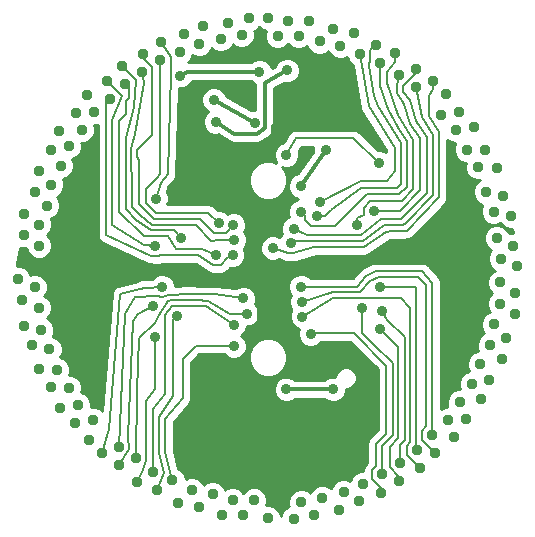
<source format=gbl>
G04 (created by PCBNEW-RS274X (2012-apr-16-27)-stable) date Wed 19 Feb 2014 01:24:25 PM EST*
G01*
G70*
G90*
%MOIN*%
G04 Gerber Fmt 3.4, Leading zero omitted, Abs format*
%FSLAX34Y34*%
G04 APERTURE LIST*
%ADD10C,0.006000*%
%ADD11C,0.037000*%
%ADD12C,0.035000*%
%ADD13C,0.008000*%
%ADD14C,0.011800*%
%ADD15C,0.010000*%
G04 APERTURE END LIST*
G54D10*
G54D11*
X33386Y-45059D03*
X39350Y-47677D03*
X33346Y-33583D03*
X32952Y-34172D03*
X33558Y-34151D03*
X33164Y-34740D03*
X37835Y-47579D03*
X38544Y-47579D03*
X38189Y-47087D03*
X38898Y-47087D03*
X37520Y-46890D03*
X36825Y-46751D03*
X37076Y-47303D03*
X36381Y-47164D03*
X36181Y-46417D03*
X35526Y-46146D03*
X35666Y-46736D03*
X35011Y-46465D03*
X34980Y-45689D03*
X34391Y-45295D03*
X34412Y-45901D03*
X33823Y-45507D03*
X32441Y-44016D03*
X32942Y-44517D03*
X33039Y-43918D03*
X33541Y-44420D03*
X31732Y-42717D03*
X32125Y-43307D03*
X32338Y-42739D03*
X32731Y-43328D03*
X31220Y-41260D03*
X31491Y-41915D03*
X31810Y-41399D03*
X32081Y-42054D03*
X31043Y-39724D03*
X31181Y-40419D03*
X31594Y-39976D03*
X31732Y-40671D03*
X31240Y-37539D03*
X31240Y-38248D03*
X31732Y-37893D03*
X31732Y-38602D03*
X31732Y-36122D03*
X31593Y-36817D03*
X32145Y-36566D03*
X32006Y-37261D03*
X32402Y-34764D03*
X32131Y-35419D03*
X32721Y-35279D03*
X32450Y-35934D03*
X34094Y-33701D03*
X34595Y-33200D03*
X33996Y-33103D03*
X34498Y-32601D03*
X35177Y-32815D03*
X35767Y-32422D03*
X35199Y-32209D03*
X35788Y-31816D03*
X36417Y-32146D03*
X37072Y-31875D03*
X36556Y-31556D03*
X37211Y-31285D03*
X38740Y-31024D03*
X38045Y-31162D03*
X38488Y-31575D03*
X37793Y-31713D03*
X41083Y-31791D03*
X41778Y-31930D03*
X41527Y-31378D03*
X42222Y-31517D03*
X40217Y-47697D03*
X40912Y-47559D03*
X40469Y-47146D03*
X41164Y-47008D03*
X42539Y-46535D03*
X41884Y-46806D03*
X42400Y-47125D03*
X41745Y-47396D03*
X43760Y-45827D03*
X43170Y-46220D03*
X43738Y-46433D03*
X43149Y-46826D03*
X44843Y-44902D03*
X44342Y-45403D03*
X44941Y-45500D03*
X44439Y-46002D03*
X45571Y-44980D03*
X45965Y-44391D03*
X45359Y-44412D03*
X45753Y-43823D03*
X46476Y-43720D03*
X46747Y-43065D03*
X46157Y-43205D03*
X46428Y-42550D03*
X47165Y-42362D03*
X47304Y-41667D03*
X46752Y-41918D03*
X46891Y-41223D03*
X47598Y-40886D03*
X47598Y-40177D03*
X47106Y-40532D03*
X47106Y-39823D03*
X47677Y-39291D03*
X47539Y-38596D03*
X47126Y-39039D03*
X46988Y-38344D03*
X47480Y-37598D03*
X47209Y-36943D03*
X46890Y-37459D03*
X46619Y-36804D03*
X46988Y-36004D03*
X46595Y-35414D03*
X46382Y-35982D03*
X45989Y-35393D03*
X46240Y-34646D03*
X45739Y-34145D03*
X45642Y-34744D03*
X45140Y-34242D03*
X43720Y-32913D03*
X44309Y-33307D03*
X44288Y-32701D03*
X44877Y-33095D03*
X40748Y-31122D03*
X40039Y-31122D03*
X40394Y-31614D03*
X39685Y-31614D03*
X39370Y-31004D03*
X45295Y-33543D03*
X42441Y-32224D03*
X43096Y-32495D03*
X42956Y-31905D03*
X43611Y-32176D03*
G54D12*
X41102Y-37146D03*
X41004Y-37618D03*
X40472Y-37461D03*
X42323Y-37913D03*
X42894Y-37441D03*
X40217Y-38031D03*
X40118Y-38504D03*
X39528Y-38681D03*
X40472Y-39961D03*
X40492Y-40472D03*
X43091Y-39980D03*
X40512Y-40965D03*
X43169Y-40768D03*
X43110Y-41378D03*
X42500Y-40689D03*
X40787Y-41535D03*
X36437Y-32933D03*
X39075Y-32795D03*
X38917Y-34508D03*
X37559Y-33740D03*
X35630Y-37028D03*
X37717Y-37835D03*
X38209Y-37913D03*
X38248Y-38406D03*
X36457Y-38346D03*
X37638Y-38917D03*
X35591Y-38622D03*
X38189Y-38917D03*
X35827Y-39961D03*
X38543Y-40354D03*
X35531Y-40610D03*
X38661Y-40866D03*
X35610Y-41634D03*
X38228Y-41240D03*
X36319Y-40945D03*
X38228Y-41949D03*
X40453Y-36614D03*
X41299Y-35394D03*
X39980Y-35571D03*
X43051Y-35827D03*
X38760Y-44134D03*
X36417Y-44961D03*
X36909Y-34488D03*
X42559Y-34469D03*
X39980Y-43386D03*
X41535Y-43386D03*
X37618Y-34469D03*
X40000Y-32756D03*
G54D13*
X41102Y-37146D02*
X42461Y-36457D01*
X42461Y-36457D02*
X43346Y-36457D01*
X43346Y-36457D02*
X43346Y-36457D01*
X43583Y-35335D02*
X42717Y-33957D01*
X43346Y-36457D02*
X43583Y-36102D01*
X43583Y-36102D02*
X43583Y-35335D01*
X42717Y-33957D02*
X42441Y-32224D01*
X43799Y-35177D02*
X43031Y-33956D01*
X41260Y-37618D02*
X41457Y-37421D01*
X42894Y-33602D02*
X42717Y-32618D01*
X41457Y-37421D02*
X42480Y-36673D01*
X42480Y-36673D02*
X43681Y-36673D01*
X43031Y-33956D02*
X42894Y-33602D01*
X41004Y-37618D02*
X41260Y-37618D01*
X43681Y-36673D02*
X43799Y-36535D01*
X43799Y-36535D02*
X43799Y-35177D01*
X42717Y-32618D02*
X42776Y-32382D01*
X42776Y-32382D02*
X42776Y-32085D01*
X42776Y-32085D02*
X42956Y-31905D01*
X41594Y-37953D02*
X42657Y-36890D01*
X40807Y-37953D02*
X41594Y-37953D01*
X40610Y-37756D02*
X40807Y-37953D01*
X40472Y-37461D02*
X40610Y-37599D01*
X43096Y-32495D02*
X43110Y-33287D01*
X43110Y-33287D02*
X43366Y-34035D01*
X42657Y-36890D02*
X43740Y-36890D01*
X43740Y-36890D02*
X43996Y-36634D01*
X40610Y-37599D02*
X40610Y-37756D01*
X43996Y-35118D02*
X43996Y-35295D01*
X43996Y-36634D02*
X43996Y-35295D01*
X43780Y-34764D02*
X43996Y-35118D01*
X43366Y-34035D02*
X43780Y-34764D01*
X43839Y-37106D02*
X44213Y-36693D01*
X43327Y-33189D02*
X43327Y-32814D01*
X42559Y-37559D02*
X42559Y-37342D01*
X42756Y-37106D02*
X43839Y-37106D01*
X43701Y-34232D02*
X43327Y-33189D01*
X44213Y-35079D02*
X43701Y-34232D01*
X42323Y-37913D02*
X42323Y-37677D01*
X44213Y-36693D02*
X44213Y-35079D01*
X42559Y-37342D02*
X42756Y-37106D01*
X43611Y-32472D02*
X43611Y-32176D01*
X42323Y-37677D02*
X42559Y-37559D01*
X43327Y-32814D02*
X43611Y-32472D01*
X43662Y-33524D02*
X43662Y-33287D01*
X42894Y-37441D02*
X43780Y-37441D01*
X44114Y-34528D02*
X43898Y-33878D01*
X43662Y-33287D02*
X43720Y-32913D01*
X43898Y-33878D02*
X43662Y-33524D01*
X43780Y-37441D02*
X44429Y-36732D01*
X44429Y-35020D02*
X44114Y-34528D01*
X44429Y-36732D02*
X44429Y-35020D01*
X44288Y-32838D02*
X44288Y-32701D01*
X44114Y-33740D02*
X43858Y-33465D01*
X42480Y-38248D02*
X43130Y-37717D01*
X43858Y-33465D02*
X43858Y-33268D01*
X40681Y-38248D02*
X42480Y-38248D01*
X44665Y-34980D02*
X44311Y-34429D01*
X43130Y-37717D02*
X43130Y-37717D01*
X44311Y-34429D02*
X44114Y-33740D01*
X43130Y-37717D02*
X43130Y-37717D01*
X43858Y-33268D02*
X44288Y-32838D01*
X40217Y-38031D02*
X40681Y-38248D01*
X44665Y-36831D02*
X44665Y-34980D01*
X43130Y-37717D02*
X43799Y-37722D01*
X43799Y-37722D02*
X44665Y-36831D01*
X40138Y-38484D02*
X40415Y-38445D01*
X44863Y-36910D02*
X44862Y-35531D01*
X40415Y-38445D02*
X42520Y-38445D01*
X40118Y-38504D02*
X40138Y-38484D01*
X43839Y-37913D02*
X43917Y-37891D01*
X43917Y-37891D02*
X44863Y-36910D01*
X44508Y-34311D02*
X44309Y-33307D01*
X44862Y-34902D02*
X44508Y-34311D01*
X42520Y-38445D02*
X43189Y-37953D01*
X43819Y-37913D02*
X43839Y-37913D01*
X44862Y-35531D02*
X44862Y-34902D01*
X43189Y-37953D02*
X43248Y-37913D01*
X43248Y-37913D02*
X43819Y-37913D01*
X43484Y-38110D02*
X43858Y-38110D01*
X40197Y-38858D02*
X40906Y-38642D01*
X40197Y-38858D02*
X40197Y-38858D01*
X40040Y-38858D02*
X40197Y-38858D01*
X44877Y-33371D02*
X44877Y-33095D01*
X39528Y-38681D02*
X40040Y-38858D01*
X42579Y-38642D02*
X43307Y-38150D01*
X44724Y-34272D02*
X44724Y-33623D01*
X43858Y-38110D02*
X43996Y-38098D01*
X40197Y-38858D02*
X40197Y-38858D01*
X43996Y-38098D02*
X45059Y-36990D01*
X43307Y-38150D02*
X43484Y-38110D01*
X45059Y-34822D02*
X44724Y-34272D01*
X40906Y-38642D02*
X42579Y-38642D01*
X44724Y-33623D02*
X44877Y-33371D01*
X45059Y-36990D02*
X45059Y-34822D01*
X40197Y-38858D02*
X40197Y-38858D01*
X40040Y-38858D02*
X40040Y-38858D01*
X42953Y-39449D02*
X44508Y-39449D01*
X44508Y-39449D02*
X44843Y-39843D01*
X44843Y-39843D02*
X44843Y-44902D01*
X42638Y-39606D02*
X42953Y-39449D01*
X42323Y-39961D02*
X42638Y-39606D01*
X40472Y-39961D02*
X42323Y-39961D01*
X44646Y-39921D02*
X44646Y-44625D01*
X43346Y-39646D02*
X43346Y-39646D01*
X44508Y-45067D02*
X44941Y-45500D01*
X44371Y-39646D02*
X44646Y-39921D01*
X44508Y-44763D02*
X44508Y-45067D01*
X44646Y-44625D02*
X44508Y-44763D01*
X42441Y-40157D02*
X42756Y-39764D01*
X41535Y-40157D02*
X42441Y-40157D01*
X42756Y-39764D02*
X43051Y-39646D01*
X40492Y-40472D02*
X41535Y-40157D01*
X43051Y-39646D02*
X43346Y-39646D01*
X43346Y-39646D02*
X44371Y-39646D01*
X44253Y-39961D02*
X44311Y-40019D01*
X43110Y-39961D02*
X44253Y-39961D01*
X43091Y-39980D02*
X43110Y-39961D01*
X44311Y-45372D02*
X44342Y-45403D01*
X44311Y-40019D02*
X44311Y-45372D01*
X43996Y-45559D02*
X44439Y-46002D01*
X40512Y-40965D02*
X41547Y-40354D01*
X43799Y-40354D02*
X44114Y-40669D01*
X42987Y-40354D02*
X43799Y-40354D01*
X43996Y-45276D02*
X43996Y-45559D01*
X42987Y-40354D02*
X42987Y-40354D01*
X41547Y-40354D02*
X42987Y-40354D01*
X44114Y-45158D02*
X43996Y-45276D01*
X44114Y-40669D02*
X44114Y-45158D01*
X43917Y-41634D02*
X43917Y-45079D01*
X43760Y-45236D02*
X43760Y-45827D01*
X43346Y-41083D02*
X43917Y-41634D01*
X43917Y-45079D02*
X43760Y-45236D01*
X43169Y-40768D02*
X43346Y-41083D01*
X43738Y-46297D02*
X43738Y-46433D01*
X43706Y-45014D02*
X43425Y-45295D01*
X43110Y-41378D02*
X43706Y-41974D01*
X43425Y-45295D02*
X43425Y-45984D01*
X43706Y-41974D02*
X43706Y-45014D01*
X43425Y-45984D02*
X43738Y-46297D01*
X43524Y-44921D02*
X43170Y-45275D01*
X42500Y-40689D02*
X42500Y-40689D01*
X42500Y-40689D02*
X42500Y-41516D01*
X42500Y-41516D02*
X42854Y-41870D01*
X43170Y-45275D02*
X43170Y-46220D01*
X42500Y-41516D02*
X42500Y-41516D01*
X43524Y-42518D02*
X43524Y-44921D01*
X42854Y-41870D02*
X43524Y-42518D01*
X42225Y-41516D02*
X43307Y-42598D01*
X42835Y-46083D02*
X42835Y-46359D01*
X40787Y-41535D02*
X40805Y-41516D01*
X42972Y-45946D02*
X42835Y-46083D01*
X43307Y-44862D02*
X42972Y-45197D01*
X40805Y-41516D02*
X42225Y-41516D01*
X43307Y-42598D02*
X43307Y-44862D01*
X43149Y-46673D02*
X43149Y-46826D01*
X42972Y-45197D02*
X42972Y-45946D01*
X42835Y-46359D02*
X43149Y-46673D01*
G54D14*
X36673Y-32795D02*
X39075Y-32795D01*
X36437Y-32933D02*
X36673Y-32795D01*
X37559Y-33740D02*
X38917Y-34508D01*
G54D13*
X36122Y-32835D02*
X36122Y-32303D01*
X36122Y-32303D02*
X35788Y-31816D01*
X35630Y-37028D02*
X35630Y-37028D01*
X35630Y-37028D02*
X35630Y-37028D01*
X35630Y-37028D02*
X35787Y-36516D01*
X36024Y-36201D02*
X36122Y-32835D01*
X35787Y-36516D02*
X36024Y-36201D01*
X35767Y-32422D02*
X35767Y-36222D01*
X37717Y-37835D02*
X37382Y-37500D01*
X37382Y-37500D02*
X35630Y-37500D01*
X35630Y-37500D02*
X35295Y-37165D01*
X35295Y-37165D02*
X35295Y-36694D01*
X35295Y-36694D02*
X35650Y-36339D01*
X35767Y-36222D02*
X35650Y-36339D01*
X37953Y-38169D02*
X37559Y-38169D01*
X35000Y-35414D02*
X35512Y-34902D01*
X35079Y-35729D02*
X35000Y-35650D01*
X35551Y-37697D02*
X35079Y-37225D01*
X35512Y-34902D02*
X35512Y-32657D01*
X35199Y-32344D02*
X35199Y-32209D01*
X35000Y-35650D02*
X35000Y-35414D01*
X38209Y-37913D02*
X37953Y-38169D01*
X35079Y-37225D02*
X35079Y-35729D01*
X37559Y-38169D02*
X37087Y-37697D01*
X37087Y-37697D02*
X35551Y-37697D01*
X35512Y-32657D02*
X35199Y-32344D01*
X37736Y-38425D02*
X37480Y-38429D01*
X35492Y-37894D02*
X35098Y-37579D01*
X35098Y-37579D02*
X34823Y-37303D01*
X34823Y-36870D02*
X34811Y-35390D01*
X35761Y-37894D02*
X35492Y-37894D01*
X37480Y-38429D02*
X36972Y-37894D01*
X34942Y-34859D02*
X35217Y-33189D01*
X38248Y-38406D02*
X37736Y-38425D01*
X34811Y-35390D02*
X34942Y-34859D01*
X34823Y-37303D02*
X34823Y-36870D01*
X36972Y-37894D02*
X35761Y-37894D01*
X35217Y-33189D02*
X35177Y-32815D01*
X34961Y-33071D02*
X34498Y-32601D01*
X34626Y-37362D02*
X34626Y-35000D01*
X34899Y-33960D02*
X34961Y-33071D01*
X34626Y-35000D02*
X34899Y-33960D01*
X36240Y-38091D02*
X35453Y-38091D01*
X35453Y-38091D02*
X34961Y-37756D01*
X36457Y-38346D02*
X36240Y-38091D01*
X34961Y-37756D02*
X34626Y-37362D01*
X34390Y-37461D02*
X34390Y-34449D01*
X34724Y-33329D02*
X34595Y-33200D01*
X34724Y-33682D02*
X34724Y-33329D01*
X34646Y-34193D02*
X34646Y-33760D01*
X35216Y-38287D02*
X34390Y-37461D01*
X37165Y-38720D02*
X36299Y-38720D01*
X34390Y-34449D02*
X34646Y-34193D01*
X36024Y-38287D02*
X35216Y-38287D01*
X37638Y-38917D02*
X37165Y-38720D01*
X34646Y-33760D02*
X34724Y-33682D01*
X36299Y-38720D02*
X36024Y-38287D01*
X34167Y-34419D02*
X34488Y-33602D01*
X35217Y-38583D02*
X34170Y-37918D01*
X35591Y-38622D02*
X35217Y-38583D01*
X34170Y-37918D02*
X34167Y-34419D01*
X34488Y-33602D02*
X33996Y-33103D01*
X37992Y-39016D02*
X37795Y-39252D01*
X37539Y-39252D02*
X37047Y-38917D01*
X38189Y-38917D02*
X37992Y-39016D01*
X33976Y-35157D02*
X33976Y-33819D01*
X35906Y-38917D02*
X35610Y-38957D01*
X37795Y-39252D02*
X37539Y-39252D01*
X35453Y-38937D02*
X33976Y-38247D01*
X33976Y-38247D02*
X33976Y-35157D01*
X33976Y-33819D02*
X34094Y-33701D01*
X37047Y-38917D02*
X35906Y-38917D01*
X35610Y-38957D02*
X35453Y-38937D01*
X34075Y-44705D02*
X33823Y-45507D01*
X35099Y-40038D02*
X34449Y-40216D01*
X35276Y-40000D02*
X35099Y-40038D01*
X35827Y-39961D02*
X35276Y-40000D01*
X34449Y-40216D02*
X34075Y-44705D01*
X34606Y-40886D02*
X34391Y-45295D01*
X34935Y-40316D02*
X34724Y-40630D01*
X35846Y-40295D02*
X35669Y-40264D01*
X37579Y-40217D02*
X37205Y-40217D01*
X36692Y-40197D02*
X36063Y-40236D01*
X38543Y-40354D02*
X37579Y-40217D01*
X34724Y-40630D02*
X34606Y-40886D01*
X37205Y-40217D02*
X36692Y-40197D01*
X35669Y-40264D02*
X34935Y-40316D01*
X36063Y-40236D02*
X35846Y-40295D01*
X34862Y-41103D02*
X34705Y-44961D01*
X34705Y-44961D02*
X34744Y-45374D01*
X34744Y-45374D02*
X34412Y-45901D01*
X35039Y-40867D02*
X34862Y-41103D01*
X35531Y-40610D02*
X35039Y-40867D01*
X35610Y-41181D02*
X35079Y-41673D01*
X35000Y-43465D02*
X34980Y-45689D01*
X38661Y-40866D02*
X38110Y-40866D01*
X35728Y-40906D02*
X35610Y-41181D01*
X38110Y-40866D02*
X37362Y-40433D01*
X37362Y-40433D02*
X36988Y-40413D01*
X36024Y-40453D02*
X35728Y-40906D01*
X36161Y-40418D02*
X36024Y-40453D01*
X35079Y-41673D02*
X35000Y-43465D01*
X36988Y-40413D02*
X36161Y-40418D01*
X35610Y-43386D02*
X35315Y-43780D01*
X35315Y-43780D02*
X35315Y-45748D01*
X35197Y-46063D02*
X35011Y-46465D01*
X35315Y-45748D02*
X35197Y-46063D01*
X35610Y-41634D02*
X35610Y-43386D01*
X36161Y-40610D02*
X35945Y-40925D01*
X38228Y-41240D02*
X37284Y-40610D01*
X35945Y-43543D02*
X35531Y-44035D01*
X37284Y-40610D02*
X36161Y-40610D01*
X35945Y-40925D02*
X35945Y-43543D01*
X35531Y-44035D02*
X35526Y-46146D01*
X35728Y-44311D02*
X35728Y-45512D01*
X36201Y-41043D02*
X36201Y-43622D01*
X36201Y-43622D02*
X35728Y-44311D01*
X36319Y-40945D02*
X36201Y-41043D01*
X35728Y-45512D02*
X35906Y-46161D01*
X35906Y-46161D02*
X35666Y-46736D01*
X38221Y-41929D02*
X36960Y-41929D01*
X36516Y-42382D02*
X36516Y-43661D01*
X36960Y-41929D02*
X36516Y-42382D01*
X35945Y-44370D02*
X35945Y-45472D01*
X35945Y-44370D02*
X35945Y-44370D01*
X38228Y-41949D02*
X38221Y-41929D01*
X35945Y-45472D02*
X36181Y-46417D01*
X36516Y-43661D02*
X35945Y-44370D01*
X36181Y-46417D02*
X36181Y-46417D01*
G54D14*
X41299Y-35394D02*
X40453Y-36614D01*
G54D13*
X43051Y-35827D02*
X42211Y-35020D01*
X40295Y-35020D02*
X39980Y-35571D01*
X42211Y-35020D02*
X40295Y-35020D01*
G54D14*
X36929Y-35669D02*
X39035Y-37775D01*
G54D13*
X39488Y-35020D02*
X39173Y-35335D01*
X36909Y-34488D02*
X36929Y-35669D01*
X39035Y-37775D02*
X39035Y-41497D01*
X38661Y-41871D02*
X38661Y-44035D01*
X37244Y-44134D02*
X38760Y-44134D01*
X36417Y-44961D02*
X37244Y-44134D01*
X39035Y-41497D02*
X38661Y-41871D01*
X39488Y-34607D02*
X39488Y-35020D01*
X37776Y-35335D02*
X36988Y-34547D01*
X36909Y-34508D02*
X36909Y-34547D01*
X36988Y-34547D02*
X36909Y-34547D01*
X36909Y-34508D02*
X36909Y-34488D01*
X39823Y-34272D02*
X39488Y-34607D01*
X42559Y-34469D02*
X42362Y-34272D01*
X42362Y-34272D02*
X39823Y-34272D01*
X39173Y-35335D02*
X37776Y-35335D01*
X38661Y-44035D02*
X38760Y-44134D01*
G54D14*
X41535Y-43386D02*
X39980Y-43386D01*
X37618Y-34469D02*
X38227Y-34862D01*
X38227Y-34862D02*
X38996Y-34862D01*
X39252Y-34685D02*
X39252Y-33173D01*
X39252Y-33173D02*
X40000Y-32756D01*
X38996Y-34862D02*
X39252Y-34685D01*
G54D10*
G36*
X47533Y-38161D02*
X47453Y-38161D01*
X47393Y-38185D01*
X47357Y-38098D01*
X47235Y-37976D01*
X47075Y-37909D01*
X46902Y-37909D01*
X46742Y-37975D01*
X46620Y-38097D01*
X46553Y-38257D01*
X46553Y-38430D01*
X46619Y-38590D01*
X46741Y-38712D01*
X46809Y-38740D01*
X46758Y-38792D01*
X46691Y-38952D01*
X46691Y-39125D01*
X46757Y-39285D01*
X46879Y-39407D01*
X46926Y-39426D01*
X46860Y-39454D01*
X46738Y-39576D01*
X46671Y-39736D01*
X46671Y-39909D01*
X46737Y-40069D01*
X46845Y-40177D01*
X46738Y-40285D01*
X46671Y-40445D01*
X46671Y-40618D01*
X46737Y-40778D01*
X46763Y-40804D01*
X46645Y-40854D01*
X46523Y-40976D01*
X46456Y-41136D01*
X46456Y-41309D01*
X46522Y-41469D01*
X46573Y-41520D01*
X46506Y-41549D01*
X46384Y-41671D01*
X46317Y-41831D01*
X46317Y-42004D01*
X46362Y-42115D01*
X46342Y-42115D01*
X46182Y-42181D01*
X46060Y-42303D01*
X45993Y-42463D01*
X45993Y-42636D01*
X46051Y-42778D01*
X45911Y-42836D01*
X45789Y-42958D01*
X45722Y-43118D01*
X45722Y-43291D01*
X45762Y-43388D01*
X45667Y-43388D01*
X45507Y-43454D01*
X45385Y-43576D01*
X45318Y-43736D01*
X45318Y-43909D01*
X45346Y-43977D01*
X45273Y-43977D01*
X45133Y-44034D01*
X45133Y-39843D01*
X45124Y-39798D01*
X45119Y-39754D01*
X45113Y-39743D01*
X45111Y-39732D01*
X45086Y-39695D01*
X45064Y-39655D01*
X44729Y-39261D01*
X44719Y-39253D01*
X44713Y-39244D01*
X44675Y-39218D01*
X44640Y-39191D01*
X44629Y-39187D01*
X44619Y-39181D01*
X44572Y-39171D01*
X44531Y-39160D01*
X44519Y-39161D01*
X44508Y-39159D01*
X42953Y-39159D01*
X42941Y-39161D01*
X42932Y-39160D01*
X42890Y-39171D01*
X42842Y-39181D01*
X42832Y-39187D01*
X42823Y-39190D01*
X42509Y-39346D01*
X42441Y-39398D01*
X42421Y-39414D01*
X42419Y-39415D01*
X42419Y-39416D01*
X42418Y-39416D01*
X42192Y-39671D01*
X40783Y-39671D01*
X40713Y-39601D01*
X40557Y-39536D01*
X40388Y-39536D01*
X40232Y-39600D01*
X40112Y-39720D01*
X40047Y-39876D01*
X40047Y-40045D01*
X40111Y-40201D01*
X40136Y-40226D01*
X40132Y-40231D01*
X40067Y-40387D01*
X40067Y-40556D01*
X40131Y-40712D01*
X40149Y-40730D01*
X40087Y-40880D01*
X40087Y-41049D01*
X40151Y-41205D01*
X40271Y-41325D01*
X40392Y-41375D01*
X40362Y-41450D01*
X40362Y-41619D01*
X40426Y-41775D01*
X40546Y-41895D01*
X40702Y-41960D01*
X40871Y-41960D01*
X41027Y-41896D01*
X41117Y-41806D01*
X42105Y-41806D01*
X43017Y-42718D01*
X43017Y-44741D01*
X42767Y-44992D01*
X42704Y-45086D01*
X42682Y-45197D01*
X42682Y-45825D01*
X42630Y-45878D01*
X42567Y-45972D01*
X42545Y-46083D01*
X42545Y-46100D01*
X42453Y-46100D01*
X42337Y-46147D01*
X42337Y-43085D01*
X42337Y-42939D01*
X42281Y-42804D01*
X42178Y-42700D01*
X42042Y-42644D01*
X41896Y-42644D01*
X41761Y-42700D01*
X41657Y-42803D01*
X41601Y-42939D01*
X41601Y-42961D01*
X41451Y-42961D01*
X41295Y-43025D01*
X41243Y-43077D01*
X40272Y-43077D01*
X40221Y-43026D01*
X40065Y-42961D01*
X40013Y-42961D01*
X40013Y-42452D01*
X40013Y-42196D01*
X39915Y-41960D01*
X39735Y-41779D01*
X39499Y-41680D01*
X39243Y-41680D01*
X39007Y-41778D01*
X38826Y-41958D01*
X38727Y-42194D01*
X38727Y-42450D01*
X38825Y-42686D01*
X39005Y-42867D01*
X39241Y-42966D01*
X39497Y-42966D01*
X39733Y-42868D01*
X39914Y-42688D01*
X40013Y-42452D01*
X40013Y-42961D01*
X39896Y-42961D01*
X39740Y-43025D01*
X39620Y-43145D01*
X39555Y-43301D01*
X39555Y-43470D01*
X39619Y-43626D01*
X39739Y-43746D01*
X39895Y-43811D01*
X40064Y-43811D01*
X40220Y-43747D01*
X40272Y-43695D01*
X41243Y-43695D01*
X41294Y-43746D01*
X41450Y-43811D01*
X41619Y-43811D01*
X41775Y-43747D01*
X41895Y-43627D01*
X41960Y-43471D01*
X41960Y-43380D01*
X42042Y-43380D01*
X42177Y-43324D01*
X42281Y-43221D01*
X42337Y-43085D01*
X42337Y-46147D01*
X42293Y-46166D01*
X42171Y-46288D01*
X42111Y-46429D01*
X41971Y-46371D01*
X41798Y-46371D01*
X41638Y-46437D01*
X41516Y-46559D01*
X41461Y-46690D01*
X41411Y-46640D01*
X41251Y-46573D01*
X41078Y-46573D01*
X40918Y-46639D01*
X40796Y-46761D01*
X40767Y-46829D01*
X40716Y-46778D01*
X40556Y-46711D01*
X40383Y-46711D01*
X40223Y-46777D01*
X40101Y-46899D01*
X40034Y-47059D01*
X40034Y-47232D01*
X40058Y-47291D01*
X39971Y-47328D01*
X39849Y-47450D01*
X39785Y-47602D01*
X39785Y-47591D01*
X39719Y-47431D01*
X39597Y-47309D01*
X39437Y-47242D01*
X39304Y-47242D01*
X39333Y-47174D01*
X39333Y-47001D01*
X39267Y-46841D01*
X39145Y-46719D01*
X38985Y-46652D01*
X38812Y-46652D01*
X38652Y-46718D01*
X38543Y-46826D01*
X38436Y-46719D01*
X38276Y-46652D01*
X38103Y-46652D01*
X37943Y-46718D01*
X37926Y-46734D01*
X37889Y-46644D01*
X37767Y-46522D01*
X37607Y-46455D01*
X37434Y-46455D01*
X37274Y-46521D01*
X37222Y-46572D01*
X37194Y-46505D01*
X37072Y-46383D01*
X36912Y-46316D01*
X36739Y-46316D01*
X36616Y-46366D01*
X36616Y-46331D01*
X36550Y-46171D01*
X36428Y-46049D01*
X36382Y-46030D01*
X36235Y-45438D01*
X36235Y-44472D01*
X36721Y-43866D01*
X36741Y-43843D01*
X36757Y-43811D01*
X36784Y-43772D01*
X36787Y-43754D01*
X36794Y-43742D01*
X36796Y-43707D01*
X36806Y-43661D01*
X36806Y-42500D01*
X37081Y-42219D01*
X37897Y-42219D01*
X37987Y-42309D01*
X38143Y-42374D01*
X38312Y-42374D01*
X38468Y-42310D01*
X38588Y-42190D01*
X38653Y-42034D01*
X38653Y-41865D01*
X38589Y-41709D01*
X38474Y-41594D01*
X38588Y-41481D01*
X38653Y-41325D01*
X38653Y-41291D01*
X38745Y-41291D01*
X38901Y-41227D01*
X39021Y-41107D01*
X39086Y-40951D01*
X39086Y-40782D01*
X39022Y-40626D01*
X38928Y-40532D01*
X38968Y-40439D01*
X38968Y-40270D01*
X38904Y-40114D01*
X38784Y-39994D01*
X38628Y-39929D01*
X38459Y-39929D01*
X38303Y-39993D01*
X38273Y-40022D01*
X37620Y-39930D01*
X37599Y-39931D01*
X37579Y-39927D01*
X37216Y-39927D01*
X36703Y-39907D01*
X36686Y-39909D01*
X36674Y-39908D01*
X36252Y-39934D01*
X36252Y-39877D01*
X36188Y-39721D01*
X36068Y-39601D01*
X35912Y-39536D01*
X35743Y-39536D01*
X35587Y-39600D01*
X35492Y-39694D01*
X35256Y-39711D01*
X35234Y-39716D01*
X35215Y-39717D01*
X35038Y-39754D01*
X35027Y-39758D01*
X35022Y-39759D01*
X34372Y-39936D01*
X34364Y-39939D01*
X34364Y-39940D01*
X34363Y-39940D01*
X34271Y-39987D01*
X34197Y-40072D01*
X34161Y-40180D01*
X34162Y-40199D01*
X33834Y-44098D01*
X33788Y-44052D01*
X33628Y-43985D01*
X33474Y-43985D01*
X33474Y-43832D01*
X33408Y-43672D01*
X33286Y-43550D01*
X33135Y-43487D01*
X33166Y-43415D01*
X33166Y-43242D01*
X33100Y-43082D01*
X32978Y-42960D01*
X32818Y-42893D01*
X32744Y-42893D01*
X32773Y-42826D01*
X32773Y-42653D01*
X32707Y-42493D01*
X32585Y-42371D01*
X32439Y-42310D01*
X32449Y-42301D01*
X32516Y-42141D01*
X32516Y-41968D01*
X32450Y-41808D01*
X32328Y-41686D01*
X32186Y-41626D01*
X32245Y-41486D01*
X32245Y-41313D01*
X32179Y-41153D01*
X32057Y-41031D01*
X32007Y-41010D01*
X32100Y-40918D01*
X32167Y-40758D01*
X32167Y-40585D01*
X32101Y-40425D01*
X31979Y-40303D01*
X31910Y-40274D01*
X31962Y-40223D01*
X32029Y-40063D01*
X32029Y-39890D01*
X31963Y-39730D01*
X31841Y-39608D01*
X31681Y-39541D01*
X31508Y-39541D01*
X31448Y-39565D01*
X31412Y-39478D01*
X31290Y-39356D01*
X31130Y-39289D01*
X30998Y-39289D01*
X31003Y-39173D01*
X31104Y-38662D01*
X31153Y-38683D01*
X31297Y-38683D01*
X31297Y-38688D01*
X31363Y-38848D01*
X31485Y-38970D01*
X31645Y-39037D01*
X31818Y-39037D01*
X31978Y-38971D01*
X32100Y-38849D01*
X32167Y-38689D01*
X32167Y-38516D01*
X32101Y-38356D01*
X31992Y-38247D01*
X32100Y-38140D01*
X32167Y-37980D01*
X32167Y-37807D01*
X32116Y-37685D01*
X32252Y-37630D01*
X32374Y-37508D01*
X32441Y-37348D01*
X32441Y-37175D01*
X32375Y-37015D01*
X32323Y-36963D01*
X32391Y-36935D01*
X32513Y-36813D01*
X32580Y-36653D01*
X32580Y-36480D01*
X32534Y-36369D01*
X32536Y-36369D01*
X32696Y-36303D01*
X32818Y-36181D01*
X32885Y-36021D01*
X32885Y-35848D01*
X32826Y-35705D01*
X32967Y-35648D01*
X33089Y-35526D01*
X33156Y-35366D01*
X33156Y-35193D01*
X33148Y-35175D01*
X33250Y-35175D01*
X33410Y-35109D01*
X33532Y-34987D01*
X33599Y-34827D01*
X33599Y-34654D01*
X33570Y-34586D01*
X33644Y-34586D01*
X33686Y-34568D01*
X33686Y-35157D01*
X33686Y-38234D01*
X33686Y-38247D01*
X33697Y-38302D01*
X33704Y-38346D01*
X33706Y-38350D01*
X33708Y-38358D01*
X33737Y-38401D01*
X33762Y-38443D01*
X33767Y-38447D01*
X33771Y-38452D01*
X33806Y-38476D01*
X33853Y-38510D01*
X33865Y-38515D01*
X35308Y-39188D01*
X35309Y-39189D01*
X35310Y-39189D01*
X35331Y-39199D01*
X35359Y-39206D01*
X35416Y-39225D01*
X35573Y-39245D01*
X35616Y-39241D01*
X35649Y-39244D01*
X35921Y-39207D01*
X36957Y-39207D01*
X37375Y-39492D01*
X37405Y-39504D01*
X37428Y-39520D01*
X37452Y-39524D01*
X37479Y-39536D01*
X37510Y-39536D01*
X37539Y-39542D01*
X37795Y-39542D01*
X37807Y-39539D01*
X37821Y-39541D01*
X37863Y-39528D01*
X37906Y-39520D01*
X37917Y-39512D01*
X37929Y-39509D01*
X37961Y-39482D01*
X38000Y-39457D01*
X38007Y-39445D01*
X38017Y-39438D01*
X38099Y-39339D01*
X38104Y-39342D01*
X38273Y-39342D01*
X38429Y-39278D01*
X38549Y-39158D01*
X38614Y-39002D01*
X38614Y-38833D01*
X38558Y-38696D01*
X38608Y-38647D01*
X38673Y-38491D01*
X38673Y-38322D01*
X38609Y-38166D01*
X38577Y-38134D01*
X38634Y-37998D01*
X38634Y-37829D01*
X38570Y-37673D01*
X38450Y-37553D01*
X38294Y-37488D01*
X38125Y-37488D01*
X38015Y-37532D01*
X37958Y-37475D01*
X37802Y-37410D01*
X37702Y-37410D01*
X37587Y-37295D01*
X37493Y-37232D01*
X37382Y-37210D01*
X36014Y-37210D01*
X36055Y-37113D01*
X36055Y-36944D01*
X35999Y-36809D01*
X36048Y-36651D01*
X36256Y-36376D01*
X36270Y-36345D01*
X36289Y-36320D01*
X36294Y-36295D01*
X36305Y-36274D01*
X36306Y-36242D01*
X36314Y-36210D01*
X36398Y-33358D01*
X36521Y-33358D01*
X36677Y-33294D01*
X36797Y-33174D01*
X36826Y-33104D01*
X38783Y-33104D01*
X38834Y-33155D01*
X38943Y-33200D01*
X38943Y-34083D01*
X38833Y-34083D01*
X38809Y-34092D01*
X37967Y-33616D01*
X37920Y-33500D01*
X37800Y-33380D01*
X37644Y-33315D01*
X37475Y-33315D01*
X37319Y-33379D01*
X37199Y-33499D01*
X37134Y-33655D01*
X37134Y-33824D01*
X37198Y-33980D01*
X37318Y-34100D01*
X37366Y-34120D01*
X37258Y-34228D01*
X37193Y-34384D01*
X37193Y-34553D01*
X37257Y-34709D01*
X37377Y-34829D01*
X37533Y-34894D01*
X37702Y-34894D01*
X37705Y-34892D01*
X38059Y-35121D01*
X38086Y-35131D01*
X38109Y-35147D01*
X38142Y-35153D01*
X38171Y-35165D01*
X38195Y-35164D01*
X38227Y-35171D01*
X38996Y-35171D01*
X39033Y-35163D01*
X39061Y-35163D01*
X39084Y-35152D01*
X39114Y-35147D01*
X39140Y-35129D01*
X39172Y-35116D01*
X39428Y-34939D01*
X39448Y-34917D01*
X39470Y-34903D01*
X39488Y-34876D01*
X39511Y-34852D01*
X39520Y-34827D01*
X39537Y-34803D01*
X39544Y-34767D01*
X39555Y-34740D01*
X39554Y-34716D01*
X39561Y-34685D01*
X39561Y-33354D01*
X39891Y-33171D01*
X39915Y-33181D01*
X40084Y-33181D01*
X40240Y-33117D01*
X40360Y-32997D01*
X40425Y-32841D01*
X40425Y-32672D01*
X40361Y-32516D01*
X40241Y-32396D01*
X40085Y-32331D01*
X39916Y-32331D01*
X39760Y-32395D01*
X39640Y-32515D01*
X39591Y-32630D01*
X39490Y-32687D01*
X39436Y-32555D01*
X39316Y-32435D01*
X39160Y-32370D01*
X38991Y-32370D01*
X38835Y-32434D01*
X38783Y-32486D01*
X36692Y-32486D01*
X36785Y-32393D01*
X36844Y-32251D01*
X36985Y-32310D01*
X37158Y-32310D01*
X37318Y-32244D01*
X37440Y-32122D01*
X37483Y-32018D01*
X37546Y-32081D01*
X37706Y-32148D01*
X37879Y-32148D01*
X38039Y-32082D01*
X38161Y-31960D01*
X38189Y-31891D01*
X38241Y-31943D01*
X38401Y-32010D01*
X38574Y-32010D01*
X38734Y-31944D01*
X38856Y-31822D01*
X38923Y-31662D01*
X38923Y-31489D01*
X38898Y-31429D01*
X38986Y-31393D01*
X39065Y-31314D01*
X39123Y-31372D01*
X39283Y-31439D01*
X39286Y-31439D01*
X39250Y-31527D01*
X39250Y-31700D01*
X39316Y-31860D01*
X39438Y-31982D01*
X39598Y-32049D01*
X39771Y-32049D01*
X39931Y-31983D01*
X40039Y-31874D01*
X40147Y-31982D01*
X40307Y-32049D01*
X40480Y-32049D01*
X40640Y-31983D01*
X40676Y-31946D01*
X40714Y-32037D01*
X40836Y-32159D01*
X40996Y-32226D01*
X41169Y-32226D01*
X41329Y-32160D01*
X41380Y-32108D01*
X41409Y-32176D01*
X41531Y-32298D01*
X41691Y-32365D01*
X41864Y-32365D01*
X42006Y-32306D01*
X42006Y-32310D01*
X42072Y-32470D01*
X42194Y-32592D01*
X42206Y-32597D01*
X42429Y-34002D01*
X42468Y-34108D01*
X42471Y-34111D01*
X43293Y-35420D01*
X43293Y-35468D01*
X43292Y-35467D01*
X43136Y-35402D01*
X43026Y-35402D01*
X42416Y-34815D01*
X42412Y-34811D01*
X42365Y-34780D01*
X42322Y-34752D01*
X42319Y-34751D01*
X42317Y-34750D01*
X42265Y-34740D01*
X42211Y-34730D01*
X42205Y-34730D01*
X40295Y-34730D01*
X40250Y-34738D01*
X40219Y-34741D01*
X40205Y-34747D01*
X40184Y-34752D01*
X40147Y-34776D01*
X40118Y-34791D01*
X40107Y-34803D01*
X40090Y-34815D01*
X40066Y-34850D01*
X40043Y-34877D01*
X39886Y-35149D01*
X39740Y-35210D01*
X39620Y-35330D01*
X39555Y-35486D01*
X39555Y-35655D01*
X39619Y-35811D01*
X39641Y-35833D01*
X39499Y-35774D01*
X39243Y-35774D01*
X39007Y-35872D01*
X38826Y-36052D01*
X38727Y-36288D01*
X38727Y-36544D01*
X38825Y-36780D01*
X39005Y-36961D01*
X39241Y-37060D01*
X39497Y-37060D01*
X39733Y-36962D01*
X39914Y-36782D01*
X40013Y-36546D01*
X40013Y-36290D01*
X39915Y-36054D01*
X39830Y-35969D01*
X39895Y-35996D01*
X40064Y-35996D01*
X40220Y-35932D01*
X40340Y-35812D01*
X40405Y-35656D01*
X40405Y-35487D01*
X40387Y-35443D01*
X40463Y-35310D01*
X40874Y-35310D01*
X40874Y-35463D01*
X40371Y-36189D01*
X40369Y-36189D01*
X40213Y-36253D01*
X40093Y-36373D01*
X40028Y-36529D01*
X40028Y-36698D01*
X40092Y-36854D01*
X40212Y-36974D01*
X40368Y-37039D01*
X40380Y-37039D01*
X40232Y-37100D01*
X40112Y-37220D01*
X40047Y-37376D01*
X40047Y-37545D01*
X40080Y-37627D01*
X39977Y-37670D01*
X39857Y-37790D01*
X39792Y-37946D01*
X39792Y-38115D01*
X39825Y-38195D01*
X39758Y-38263D01*
X39739Y-38308D01*
X39613Y-38256D01*
X39444Y-38256D01*
X39288Y-38320D01*
X39168Y-38440D01*
X39103Y-38596D01*
X39103Y-38765D01*
X39167Y-38921D01*
X39287Y-39041D01*
X39443Y-39106D01*
X39612Y-39106D01*
X39729Y-39057D01*
X39929Y-39126D01*
X39944Y-39132D01*
X39998Y-39139D01*
X40040Y-39148D01*
X40056Y-39148D01*
X40197Y-39148D01*
X40240Y-39139D01*
X40281Y-39135D01*
X40308Y-39126D01*
X40950Y-38932D01*
X42579Y-38932D01*
X42607Y-38926D01*
X42637Y-38926D01*
X42661Y-38915D01*
X42690Y-38910D01*
X42714Y-38893D01*
X42742Y-38882D01*
X43422Y-38421D01*
X43516Y-38400D01*
X43858Y-38400D01*
X43870Y-38397D01*
X43883Y-38399D01*
X44002Y-38388D01*
X44021Y-38387D01*
X44059Y-38375D01*
X44113Y-38364D01*
X44123Y-38356D01*
X44129Y-38355D01*
X44154Y-38334D01*
X44205Y-38299D01*
X44218Y-38284D01*
X45264Y-37195D01*
X45268Y-37191D01*
X45292Y-37153D01*
X45327Y-37101D01*
X45327Y-37096D01*
X45329Y-37095D01*
X45334Y-37065D01*
X45349Y-36990D01*
X45349Y-35066D01*
X45395Y-35112D01*
X45555Y-35179D01*
X45607Y-35179D01*
X45554Y-35306D01*
X45554Y-35479D01*
X45620Y-35639D01*
X45742Y-35761D01*
X45902Y-35828D01*
X45975Y-35828D01*
X45947Y-35895D01*
X45947Y-36068D01*
X46013Y-36228D01*
X46135Y-36350D01*
X46295Y-36417D01*
X46416Y-36417D01*
X46373Y-36435D01*
X46251Y-36557D01*
X46184Y-36717D01*
X46184Y-36890D01*
X46250Y-37050D01*
X46372Y-37172D01*
X46513Y-37231D01*
X46455Y-37372D01*
X46455Y-37545D01*
X46521Y-37705D01*
X46643Y-37827D01*
X46803Y-37894D01*
X46976Y-37894D01*
X47108Y-37839D01*
X47111Y-37844D01*
X47233Y-37966D01*
X47393Y-38033D01*
X47507Y-38033D01*
X47533Y-38161D01*
X47533Y-38161D01*
G37*
G54D15*
X47533Y-38161D02*
X47453Y-38161D01*
X47393Y-38185D01*
X47357Y-38098D01*
X47235Y-37976D01*
X47075Y-37909D01*
X46902Y-37909D01*
X46742Y-37975D01*
X46620Y-38097D01*
X46553Y-38257D01*
X46553Y-38430D01*
X46619Y-38590D01*
X46741Y-38712D01*
X46809Y-38740D01*
X46758Y-38792D01*
X46691Y-38952D01*
X46691Y-39125D01*
X46757Y-39285D01*
X46879Y-39407D01*
X46926Y-39426D01*
X46860Y-39454D01*
X46738Y-39576D01*
X46671Y-39736D01*
X46671Y-39909D01*
X46737Y-40069D01*
X46845Y-40177D01*
X46738Y-40285D01*
X46671Y-40445D01*
X46671Y-40618D01*
X46737Y-40778D01*
X46763Y-40804D01*
X46645Y-40854D01*
X46523Y-40976D01*
X46456Y-41136D01*
X46456Y-41309D01*
X46522Y-41469D01*
X46573Y-41520D01*
X46506Y-41549D01*
X46384Y-41671D01*
X46317Y-41831D01*
X46317Y-42004D01*
X46362Y-42115D01*
X46342Y-42115D01*
X46182Y-42181D01*
X46060Y-42303D01*
X45993Y-42463D01*
X45993Y-42636D01*
X46051Y-42778D01*
X45911Y-42836D01*
X45789Y-42958D01*
X45722Y-43118D01*
X45722Y-43291D01*
X45762Y-43388D01*
X45667Y-43388D01*
X45507Y-43454D01*
X45385Y-43576D01*
X45318Y-43736D01*
X45318Y-43909D01*
X45346Y-43977D01*
X45273Y-43977D01*
X45133Y-44034D01*
X45133Y-39843D01*
X45124Y-39798D01*
X45119Y-39754D01*
X45113Y-39743D01*
X45111Y-39732D01*
X45086Y-39695D01*
X45064Y-39655D01*
X44729Y-39261D01*
X44719Y-39253D01*
X44713Y-39244D01*
X44675Y-39218D01*
X44640Y-39191D01*
X44629Y-39187D01*
X44619Y-39181D01*
X44572Y-39171D01*
X44531Y-39160D01*
X44519Y-39161D01*
X44508Y-39159D01*
X42953Y-39159D01*
X42941Y-39161D01*
X42932Y-39160D01*
X42890Y-39171D01*
X42842Y-39181D01*
X42832Y-39187D01*
X42823Y-39190D01*
X42509Y-39346D01*
X42441Y-39398D01*
X42421Y-39414D01*
X42419Y-39415D01*
X42419Y-39416D01*
X42418Y-39416D01*
X42192Y-39671D01*
X40783Y-39671D01*
X40713Y-39601D01*
X40557Y-39536D01*
X40388Y-39536D01*
X40232Y-39600D01*
X40112Y-39720D01*
X40047Y-39876D01*
X40047Y-40045D01*
X40111Y-40201D01*
X40136Y-40226D01*
X40132Y-40231D01*
X40067Y-40387D01*
X40067Y-40556D01*
X40131Y-40712D01*
X40149Y-40730D01*
X40087Y-40880D01*
X40087Y-41049D01*
X40151Y-41205D01*
X40271Y-41325D01*
X40392Y-41375D01*
X40362Y-41450D01*
X40362Y-41619D01*
X40426Y-41775D01*
X40546Y-41895D01*
X40702Y-41960D01*
X40871Y-41960D01*
X41027Y-41896D01*
X41117Y-41806D01*
X42105Y-41806D01*
X43017Y-42718D01*
X43017Y-44741D01*
X42767Y-44992D01*
X42704Y-45086D01*
X42682Y-45197D01*
X42682Y-45825D01*
X42630Y-45878D01*
X42567Y-45972D01*
X42545Y-46083D01*
X42545Y-46100D01*
X42453Y-46100D01*
X42337Y-46147D01*
X42337Y-43085D01*
X42337Y-42939D01*
X42281Y-42804D01*
X42178Y-42700D01*
X42042Y-42644D01*
X41896Y-42644D01*
X41761Y-42700D01*
X41657Y-42803D01*
X41601Y-42939D01*
X41601Y-42961D01*
X41451Y-42961D01*
X41295Y-43025D01*
X41243Y-43077D01*
X40272Y-43077D01*
X40221Y-43026D01*
X40065Y-42961D01*
X40013Y-42961D01*
X40013Y-42452D01*
X40013Y-42196D01*
X39915Y-41960D01*
X39735Y-41779D01*
X39499Y-41680D01*
X39243Y-41680D01*
X39007Y-41778D01*
X38826Y-41958D01*
X38727Y-42194D01*
X38727Y-42450D01*
X38825Y-42686D01*
X39005Y-42867D01*
X39241Y-42966D01*
X39497Y-42966D01*
X39733Y-42868D01*
X39914Y-42688D01*
X40013Y-42452D01*
X40013Y-42961D01*
X39896Y-42961D01*
X39740Y-43025D01*
X39620Y-43145D01*
X39555Y-43301D01*
X39555Y-43470D01*
X39619Y-43626D01*
X39739Y-43746D01*
X39895Y-43811D01*
X40064Y-43811D01*
X40220Y-43747D01*
X40272Y-43695D01*
X41243Y-43695D01*
X41294Y-43746D01*
X41450Y-43811D01*
X41619Y-43811D01*
X41775Y-43747D01*
X41895Y-43627D01*
X41960Y-43471D01*
X41960Y-43380D01*
X42042Y-43380D01*
X42177Y-43324D01*
X42281Y-43221D01*
X42337Y-43085D01*
X42337Y-46147D01*
X42293Y-46166D01*
X42171Y-46288D01*
X42111Y-46429D01*
X41971Y-46371D01*
X41798Y-46371D01*
X41638Y-46437D01*
X41516Y-46559D01*
X41461Y-46690D01*
X41411Y-46640D01*
X41251Y-46573D01*
X41078Y-46573D01*
X40918Y-46639D01*
X40796Y-46761D01*
X40767Y-46829D01*
X40716Y-46778D01*
X40556Y-46711D01*
X40383Y-46711D01*
X40223Y-46777D01*
X40101Y-46899D01*
X40034Y-47059D01*
X40034Y-47232D01*
X40058Y-47291D01*
X39971Y-47328D01*
X39849Y-47450D01*
X39785Y-47602D01*
X39785Y-47591D01*
X39719Y-47431D01*
X39597Y-47309D01*
X39437Y-47242D01*
X39304Y-47242D01*
X39333Y-47174D01*
X39333Y-47001D01*
X39267Y-46841D01*
X39145Y-46719D01*
X38985Y-46652D01*
X38812Y-46652D01*
X38652Y-46718D01*
X38543Y-46826D01*
X38436Y-46719D01*
X38276Y-46652D01*
X38103Y-46652D01*
X37943Y-46718D01*
X37926Y-46734D01*
X37889Y-46644D01*
X37767Y-46522D01*
X37607Y-46455D01*
X37434Y-46455D01*
X37274Y-46521D01*
X37222Y-46572D01*
X37194Y-46505D01*
X37072Y-46383D01*
X36912Y-46316D01*
X36739Y-46316D01*
X36616Y-46366D01*
X36616Y-46331D01*
X36550Y-46171D01*
X36428Y-46049D01*
X36382Y-46030D01*
X36235Y-45438D01*
X36235Y-44472D01*
X36721Y-43866D01*
X36741Y-43843D01*
X36757Y-43811D01*
X36784Y-43772D01*
X36787Y-43754D01*
X36794Y-43742D01*
X36796Y-43707D01*
X36806Y-43661D01*
X36806Y-42500D01*
X37081Y-42219D01*
X37897Y-42219D01*
X37987Y-42309D01*
X38143Y-42374D01*
X38312Y-42374D01*
X38468Y-42310D01*
X38588Y-42190D01*
X38653Y-42034D01*
X38653Y-41865D01*
X38589Y-41709D01*
X38474Y-41594D01*
X38588Y-41481D01*
X38653Y-41325D01*
X38653Y-41291D01*
X38745Y-41291D01*
X38901Y-41227D01*
X39021Y-41107D01*
X39086Y-40951D01*
X39086Y-40782D01*
X39022Y-40626D01*
X38928Y-40532D01*
X38968Y-40439D01*
X38968Y-40270D01*
X38904Y-40114D01*
X38784Y-39994D01*
X38628Y-39929D01*
X38459Y-39929D01*
X38303Y-39993D01*
X38273Y-40022D01*
X37620Y-39930D01*
X37599Y-39931D01*
X37579Y-39927D01*
X37216Y-39927D01*
X36703Y-39907D01*
X36686Y-39909D01*
X36674Y-39908D01*
X36252Y-39934D01*
X36252Y-39877D01*
X36188Y-39721D01*
X36068Y-39601D01*
X35912Y-39536D01*
X35743Y-39536D01*
X35587Y-39600D01*
X35492Y-39694D01*
X35256Y-39711D01*
X35234Y-39716D01*
X35215Y-39717D01*
X35038Y-39754D01*
X35027Y-39758D01*
X35022Y-39759D01*
X34372Y-39936D01*
X34364Y-39939D01*
X34364Y-39940D01*
X34363Y-39940D01*
X34271Y-39987D01*
X34197Y-40072D01*
X34161Y-40180D01*
X34162Y-40199D01*
X33834Y-44098D01*
X33788Y-44052D01*
X33628Y-43985D01*
X33474Y-43985D01*
X33474Y-43832D01*
X33408Y-43672D01*
X33286Y-43550D01*
X33135Y-43487D01*
X33166Y-43415D01*
X33166Y-43242D01*
X33100Y-43082D01*
X32978Y-42960D01*
X32818Y-42893D01*
X32744Y-42893D01*
X32773Y-42826D01*
X32773Y-42653D01*
X32707Y-42493D01*
X32585Y-42371D01*
X32439Y-42310D01*
X32449Y-42301D01*
X32516Y-42141D01*
X32516Y-41968D01*
X32450Y-41808D01*
X32328Y-41686D01*
X32186Y-41626D01*
X32245Y-41486D01*
X32245Y-41313D01*
X32179Y-41153D01*
X32057Y-41031D01*
X32007Y-41010D01*
X32100Y-40918D01*
X32167Y-40758D01*
X32167Y-40585D01*
X32101Y-40425D01*
X31979Y-40303D01*
X31910Y-40274D01*
X31962Y-40223D01*
X32029Y-40063D01*
X32029Y-39890D01*
X31963Y-39730D01*
X31841Y-39608D01*
X31681Y-39541D01*
X31508Y-39541D01*
X31448Y-39565D01*
X31412Y-39478D01*
X31290Y-39356D01*
X31130Y-39289D01*
X30998Y-39289D01*
X31003Y-39173D01*
X31104Y-38662D01*
X31153Y-38683D01*
X31297Y-38683D01*
X31297Y-38688D01*
X31363Y-38848D01*
X31485Y-38970D01*
X31645Y-39037D01*
X31818Y-39037D01*
X31978Y-38971D01*
X32100Y-38849D01*
X32167Y-38689D01*
X32167Y-38516D01*
X32101Y-38356D01*
X31992Y-38247D01*
X32100Y-38140D01*
X32167Y-37980D01*
X32167Y-37807D01*
X32116Y-37685D01*
X32252Y-37630D01*
X32374Y-37508D01*
X32441Y-37348D01*
X32441Y-37175D01*
X32375Y-37015D01*
X32323Y-36963D01*
X32391Y-36935D01*
X32513Y-36813D01*
X32580Y-36653D01*
X32580Y-36480D01*
X32534Y-36369D01*
X32536Y-36369D01*
X32696Y-36303D01*
X32818Y-36181D01*
X32885Y-36021D01*
X32885Y-35848D01*
X32826Y-35705D01*
X32967Y-35648D01*
X33089Y-35526D01*
X33156Y-35366D01*
X33156Y-35193D01*
X33148Y-35175D01*
X33250Y-35175D01*
X33410Y-35109D01*
X33532Y-34987D01*
X33599Y-34827D01*
X33599Y-34654D01*
X33570Y-34586D01*
X33644Y-34586D01*
X33686Y-34568D01*
X33686Y-35157D01*
X33686Y-38234D01*
X33686Y-38247D01*
X33697Y-38302D01*
X33704Y-38346D01*
X33706Y-38350D01*
X33708Y-38358D01*
X33737Y-38401D01*
X33762Y-38443D01*
X33767Y-38447D01*
X33771Y-38452D01*
X33806Y-38476D01*
X33853Y-38510D01*
X33865Y-38515D01*
X35308Y-39188D01*
X35309Y-39189D01*
X35310Y-39189D01*
X35331Y-39199D01*
X35359Y-39206D01*
X35416Y-39225D01*
X35573Y-39245D01*
X35616Y-39241D01*
X35649Y-39244D01*
X35921Y-39207D01*
X36957Y-39207D01*
X37375Y-39492D01*
X37405Y-39504D01*
X37428Y-39520D01*
X37452Y-39524D01*
X37479Y-39536D01*
X37510Y-39536D01*
X37539Y-39542D01*
X37795Y-39542D01*
X37807Y-39539D01*
X37821Y-39541D01*
X37863Y-39528D01*
X37906Y-39520D01*
X37917Y-39512D01*
X37929Y-39509D01*
X37961Y-39482D01*
X38000Y-39457D01*
X38007Y-39445D01*
X38017Y-39438D01*
X38099Y-39339D01*
X38104Y-39342D01*
X38273Y-39342D01*
X38429Y-39278D01*
X38549Y-39158D01*
X38614Y-39002D01*
X38614Y-38833D01*
X38558Y-38696D01*
X38608Y-38647D01*
X38673Y-38491D01*
X38673Y-38322D01*
X38609Y-38166D01*
X38577Y-38134D01*
X38634Y-37998D01*
X38634Y-37829D01*
X38570Y-37673D01*
X38450Y-37553D01*
X38294Y-37488D01*
X38125Y-37488D01*
X38015Y-37532D01*
X37958Y-37475D01*
X37802Y-37410D01*
X37702Y-37410D01*
X37587Y-37295D01*
X37493Y-37232D01*
X37382Y-37210D01*
X36014Y-37210D01*
X36055Y-37113D01*
X36055Y-36944D01*
X35999Y-36809D01*
X36048Y-36651D01*
X36256Y-36376D01*
X36270Y-36345D01*
X36289Y-36320D01*
X36294Y-36295D01*
X36305Y-36274D01*
X36306Y-36242D01*
X36314Y-36210D01*
X36398Y-33358D01*
X36521Y-33358D01*
X36677Y-33294D01*
X36797Y-33174D01*
X36826Y-33104D01*
X38783Y-33104D01*
X38834Y-33155D01*
X38943Y-33200D01*
X38943Y-34083D01*
X38833Y-34083D01*
X38809Y-34092D01*
X37967Y-33616D01*
X37920Y-33500D01*
X37800Y-33380D01*
X37644Y-33315D01*
X37475Y-33315D01*
X37319Y-33379D01*
X37199Y-33499D01*
X37134Y-33655D01*
X37134Y-33824D01*
X37198Y-33980D01*
X37318Y-34100D01*
X37366Y-34120D01*
X37258Y-34228D01*
X37193Y-34384D01*
X37193Y-34553D01*
X37257Y-34709D01*
X37377Y-34829D01*
X37533Y-34894D01*
X37702Y-34894D01*
X37705Y-34892D01*
X38059Y-35121D01*
X38086Y-35131D01*
X38109Y-35147D01*
X38142Y-35153D01*
X38171Y-35165D01*
X38195Y-35164D01*
X38227Y-35171D01*
X38996Y-35171D01*
X39033Y-35163D01*
X39061Y-35163D01*
X39084Y-35152D01*
X39114Y-35147D01*
X39140Y-35129D01*
X39172Y-35116D01*
X39428Y-34939D01*
X39448Y-34917D01*
X39470Y-34903D01*
X39488Y-34876D01*
X39511Y-34852D01*
X39520Y-34827D01*
X39537Y-34803D01*
X39544Y-34767D01*
X39555Y-34740D01*
X39554Y-34716D01*
X39561Y-34685D01*
X39561Y-33354D01*
X39891Y-33171D01*
X39915Y-33181D01*
X40084Y-33181D01*
X40240Y-33117D01*
X40360Y-32997D01*
X40425Y-32841D01*
X40425Y-32672D01*
X40361Y-32516D01*
X40241Y-32396D01*
X40085Y-32331D01*
X39916Y-32331D01*
X39760Y-32395D01*
X39640Y-32515D01*
X39591Y-32630D01*
X39490Y-32687D01*
X39436Y-32555D01*
X39316Y-32435D01*
X39160Y-32370D01*
X38991Y-32370D01*
X38835Y-32434D01*
X38783Y-32486D01*
X36692Y-32486D01*
X36785Y-32393D01*
X36844Y-32251D01*
X36985Y-32310D01*
X37158Y-32310D01*
X37318Y-32244D01*
X37440Y-32122D01*
X37483Y-32018D01*
X37546Y-32081D01*
X37706Y-32148D01*
X37879Y-32148D01*
X38039Y-32082D01*
X38161Y-31960D01*
X38189Y-31891D01*
X38241Y-31943D01*
X38401Y-32010D01*
X38574Y-32010D01*
X38734Y-31944D01*
X38856Y-31822D01*
X38923Y-31662D01*
X38923Y-31489D01*
X38898Y-31429D01*
X38986Y-31393D01*
X39065Y-31314D01*
X39123Y-31372D01*
X39283Y-31439D01*
X39286Y-31439D01*
X39250Y-31527D01*
X39250Y-31700D01*
X39316Y-31860D01*
X39438Y-31982D01*
X39598Y-32049D01*
X39771Y-32049D01*
X39931Y-31983D01*
X40039Y-31874D01*
X40147Y-31982D01*
X40307Y-32049D01*
X40480Y-32049D01*
X40640Y-31983D01*
X40676Y-31946D01*
X40714Y-32037D01*
X40836Y-32159D01*
X40996Y-32226D01*
X41169Y-32226D01*
X41329Y-32160D01*
X41380Y-32108D01*
X41409Y-32176D01*
X41531Y-32298D01*
X41691Y-32365D01*
X41864Y-32365D01*
X42006Y-32306D01*
X42006Y-32310D01*
X42072Y-32470D01*
X42194Y-32592D01*
X42206Y-32597D01*
X42429Y-34002D01*
X42468Y-34108D01*
X42471Y-34111D01*
X43293Y-35420D01*
X43293Y-35468D01*
X43292Y-35467D01*
X43136Y-35402D01*
X43026Y-35402D01*
X42416Y-34815D01*
X42412Y-34811D01*
X42365Y-34780D01*
X42322Y-34752D01*
X42319Y-34751D01*
X42317Y-34750D01*
X42265Y-34740D01*
X42211Y-34730D01*
X42205Y-34730D01*
X40295Y-34730D01*
X40250Y-34738D01*
X40219Y-34741D01*
X40205Y-34747D01*
X40184Y-34752D01*
X40147Y-34776D01*
X40118Y-34791D01*
X40107Y-34803D01*
X40090Y-34815D01*
X40066Y-34850D01*
X40043Y-34877D01*
X39886Y-35149D01*
X39740Y-35210D01*
X39620Y-35330D01*
X39555Y-35486D01*
X39555Y-35655D01*
X39619Y-35811D01*
X39641Y-35833D01*
X39499Y-35774D01*
X39243Y-35774D01*
X39007Y-35872D01*
X38826Y-36052D01*
X38727Y-36288D01*
X38727Y-36544D01*
X38825Y-36780D01*
X39005Y-36961D01*
X39241Y-37060D01*
X39497Y-37060D01*
X39733Y-36962D01*
X39914Y-36782D01*
X40013Y-36546D01*
X40013Y-36290D01*
X39915Y-36054D01*
X39830Y-35969D01*
X39895Y-35996D01*
X40064Y-35996D01*
X40220Y-35932D01*
X40340Y-35812D01*
X40405Y-35656D01*
X40405Y-35487D01*
X40387Y-35443D01*
X40463Y-35310D01*
X40874Y-35310D01*
X40874Y-35463D01*
X40371Y-36189D01*
X40369Y-36189D01*
X40213Y-36253D01*
X40093Y-36373D01*
X40028Y-36529D01*
X40028Y-36698D01*
X40092Y-36854D01*
X40212Y-36974D01*
X40368Y-37039D01*
X40380Y-37039D01*
X40232Y-37100D01*
X40112Y-37220D01*
X40047Y-37376D01*
X40047Y-37545D01*
X40080Y-37627D01*
X39977Y-37670D01*
X39857Y-37790D01*
X39792Y-37946D01*
X39792Y-38115D01*
X39825Y-38195D01*
X39758Y-38263D01*
X39739Y-38308D01*
X39613Y-38256D01*
X39444Y-38256D01*
X39288Y-38320D01*
X39168Y-38440D01*
X39103Y-38596D01*
X39103Y-38765D01*
X39167Y-38921D01*
X39287Y-39041D01*
X39443Y-39106D01*
X39612Y-39106D01*
X39729Y-39057D01*
X39929Y-39126D01*
X39944Y-39132D01*
X39998Y-39139D01*
X40040Y-39148D01*
X40056Y-39148D01*
X40197Y-39148D01*
X40240Y-39139D01*
X40281Y-39135D01*
X40308Y-39126D01*
X40950Y-38932D01*
X42579Y-38932D01*
X42607Y-38926D01*
X42637Y-38926D01*
X42661Y-38915D01*
X42690Y-38910D01*
X42714Y-38893D01*
X42742Y-38882D01*
X43422Y-38421D01*
X43516Y-38400D01*
X43858Y-38400D01*
X43870Y-38397D01*
X43883Y-38399D01*
X44002Y-38388D01*
X44021Y-38387D01*
X44059Y-38375D01*
X44113Y-38364D01*
X44123Y-38356D01*
X44129Y-38355D01*
X44154Y-38334D01*
X44205Y-38299D01*
X44218Y-38284D01*
X45264Y-37195D01*
X45268Y-37191D01*
X45292Y-37153D01*
X45327Y-37101D01*
X45327Y-37096D01*
X45329Y-37095D01*
X45334Y-37065D01*
X45349Y-36990D01*
X45349Y-35066D01*
X45395Y-35112D01*
X45555Y-35179D01*
X45607Y-35179D01*
X45554Y-35306D01*
X45554Y-35479D01*
X45620Y-35639D01*
X45742Y-35761D01*
X45902Y-35828D01*
X45975Y-35828D01*
X45947Y-35895D01*
X45947Y-36068D01*
X46013Y-36228D01*
X46135Y-36350D01*
X46295Y-36417D01*
X46416Y-36417D01*
X46373Y-36435D01*
X46251Y-36557D01*
X46184Y-36717D01*
X46184Y-36890D01*
X46250Y-37050D01*
X46372Y-37172D01*
X46513Y-37231D01*
X46455Y-37372D01*
X46455Y-37545D01*
X46521Y-37705D01*
X46643Y-37827D01*
X46803Y-37894D01*
X46976Y-37894D01*
X47108Y-37839D01*
X47111Y-37844D01*
X47233Y-37966D01*
X47393Y-38033D01*
X47507Y-38033D01*
X47533Y-38161D01*
M02*

</source>
